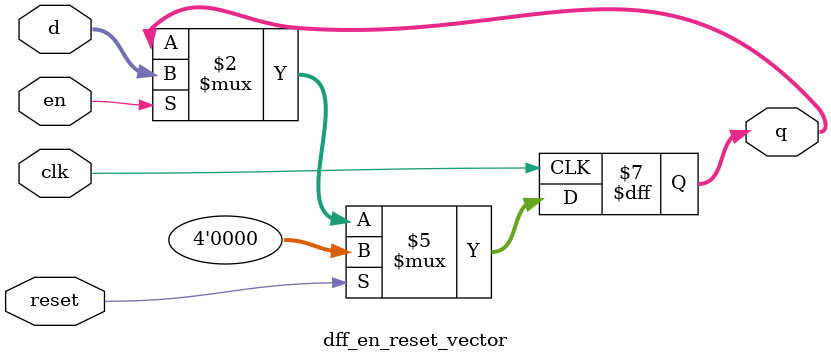
<source format=v>
`timescale 1ns / 1ps
module dff_en_reset_vector #(parameter SIZE = 4, DELAY = 3)(
    input wire [SIZE-1:0] d,
    input wire clk,
    input wire en,
    input wire reset,
    output reg [SIZE-1:0] q
    );
    
    always @(posedge clk)
    begin 
        if(reset)
            q<= #DELAY 0;
        else if(en)
            q<= #DELAY d;            
    end
    
endmodule

</source>
